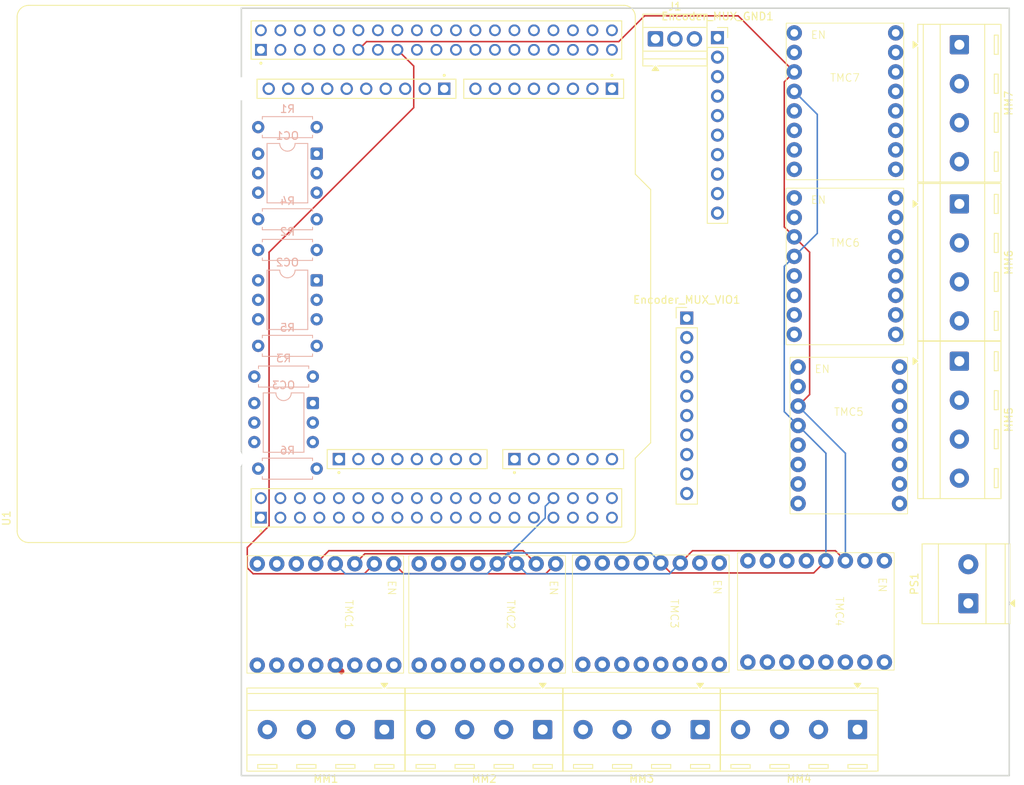
<source format=kicad_pcb>
(kicad_pcb (version 20241229) (generator "pcbnew") (generator_version "9.0")
  (layers (0 "F.Cu" signal) (2 "B.Cu" signal) (13 "F.Paste" user) (15 "B.Paste" user) (5 "F.SilkS" user "F.Silkscreen") (7 "B.SilkS" user "B.Silkscreen") (1 "F.Mask" user) (3 "B.Mask" user) (25 "Edge.Cuts" user))
  (net 0 "")
  (net 1 "EN")
  (net 6 "LIMIT5_IN")
  (net 36 "LIMIT1_IN")
  (net 62 "LIMIT4_IN")
  (net 67 "VM")
  (net 68 "GND_IO")
  (net 69 "SCK")
  (net 70 "VCC_IO")
  (net 71 "GND")
  (net 72 "DIR4")
  (net 73 "STEP4")
  (net 74 "CSN")
  (net 75 "DIR5")
  (net 76 "STEP5")
  (net 77 "STEP6")
  (net 78 "DIR6")
  (net 79 "STEP7")
  (net 80 "DIR7")
  (net 81 "DIR1")
  (net 82 "STEP1")
  (net 83 "STEP2")
  (net 84 "DIR2")
  (net 85 "STEP3")
  (net 86 "DIR3")
  (net 87 "ENC3")
  (net 88 "LIMIT2")
  (net 89 "ENC6")
  (net 90 "ENC5")
  (net 91 "ENC4")
  (net 92 "ENC1")
  (net 93 "LIMIT6")
  (net 94 "ENC7")
  (net 95 "LIMIT3")
  (net 96 "ENC2")
  (net 97 "LIMIT1_OUT")
  (net 105 "MOSI_OUT")
  (net 106 "Net-(TMC1-MISO)")
  (net 107 "Net-(TMC2-MISO)")
  (net 108 "Net-(TMC3-MISO)")
  (net 109 "Net-(TMC4-MISO)")
  (net 110 "Net-(TMC5-MISO)")
  (net 111 "Net-(TMC6-MISO)")
  (net 112 "MISO_OUT")
  (net 113 "/MOTOR1_A1")
  (net 114 "/MOTOR1_A2")
  (net 115 "/MOTOR1_B1")
  (net 116 "/MOTOR1_B2")
  (net 117 "/MOTOR2_A1")
  (net 118 "/MOTOR2_B2")
  (net 119 "/MOTOR2_A2")
  (net 120 "/MOTOR2_B1")
  (net 121 "/MOTOR3_B2")
  (net 122 "/MOTOR3_A1")
  (net 123 "/MOTOR3_B1")
  (net 124 "/MOTOR3_A2")
  (net 125 "/MOTOR4_A2")
  (net 126 "/MOTOR4_B2")
  (net 127 "/MOTOR4_B1")
  (net 128 "/MOTOR4_A1")
  (net 129 "/MOTOR5_B1")
  (net 130 "/MOTOR5_A1")
  (net 131 "/MOTOR5_A2")
  (net 132 "/MOTOR5_B2")
  (net 133 "/MOTOR6_A2")
  (net 134 "/MOTOR6_A1")
  (net 135 "/MOTOR6_B2")
  (net 136 "/MOTOR6_B1")
  (net 137 "/MOTOR7_A2")
  (net 138 "/MOTOR7_A1")
  (net 139 "/MOTOR7_B2")
  (net 140 "/MOTOR7_B1")
  (net 141 "/RIN_1")
  (net 142 "/RIN_3")
  (net 144 "/RIN_2")
  (net 145 "LIMIT4_OUT")
  (net 148 "LIMIT5_OUT")
  (net 149 "Net-(OC1-Pad5)")
  (net 150 "Net-(OC2-Pad5)")
  (net 151 "Net-(OC3-Pad5)")
  (footprint "TerminalBlock_RND:TerminalBlock_RND_205-00289_1x04_P5.08mm_Horizontal" (layer "F.Cu") (at 181.5 79 -90)
    (property "Reference" "MM6" (at 7.62 -6.42 90) (layer "F.SilkS"))
    (property "Value" "Screw_Terminal_01x04")
    (pad "1" thru_hole roundrect (at 0 0 270) (size 2.5 2.5) (drill 1.3) (layers "*.Cu" "*.Mask") (roundrect_rratio 0.1) (net 134 "/MOTOR6_A1"))
    (pad "2" thru_hole circle (at 5.08 0 270) (size 2.5 2.5) (drill 1.3) (layers "*.Cu" "*.Mask") (net 133 "/MOTOR6_A2"))
    (pad "3" thru_hole circle (at 10.16 0 270) (size 2.5 2.5) (drill 1.3) (layers "*.Cu" "*.Mask") (net 136 "/MOTOR6_B1"))
    (pad "4" thru_hole circle (at 15.24 0 270) (size 2.5 2.5) (drill 1.3) (layers "*.Cu" "*.Mask") (net 135 "/MOTOR6_B2"))
  )
  (footprint "boards:MODULE_NUCLEO-F446RE" (layer "F.Cu") (at 100.05 88.13 90)
    (property "Reference" "U1" (at -31.825 -42.635 90) (layer "F.SilkS"))
    (property "Value" "NUCLEO-F446RE")
    (pad "" np_thru_hole circle (at -24.13 -13.32 90) (size 3 3) (drill 3) (layers "*.Cu" "*.Mask"))
    (pad "" np_thru_hole circle (at 8.89 38.75 90) (size 3 3) (drill 3) (layers "*.Cu" "*.Mask"))
    (pad "" np_thru_hole circle (at 24.13 -12.05 90) (size 3 3) (drill 3) (layers "*.Cu" "*.Mask"))
    (pad "CN5_1" thru_hole rect (at 24.13 14.37 90) (size 1.605 1.605) (drill 1.07) (layers "*.Cu" "*.Mask"))
    (pad "CN5_2" thru_hole circle (at 24.13 11.83 90) (size 1.605 1.605) (drill 1.07) (layers "*.Cu" "*.Mask"))
    (pad "CN5_3" thru_hole circle (at 24.13 9.29 90) (size 1.605 1.605) (drill 1.07) (layers "*.Cu" "*.Mask"))
    (pad "CN5_4" thru_hole circle (at 24.13 6.75 90) (size 1.605 1.605) (drill 1.07) (layers "*.Cu" "*.Mask"))
    (pad "CN5_5" thru_hole circle (at 24.13 4.21 90) (size 1.605 1.605) (drill 1.07) (layers "*.Cu" "*.Mask"))
    (pad "CN5_6" thru_hole circle (at 24.13 1.67 90) (size 1.605 1.605) (drill 1.07) (layers "*.Cu" "*.Mask"))
    (pad "CN5_7" thru_hole circle (at 24.13 -0.87 90) (size 1.605 1.605) (drill 1.07) (layers "*.Cu" "*.Mask"))
    (pad "CN5_8" thru_hole circle (at 24.13 -3.41 90) (size 1.605 1.605) (drill 1.07) (layers "*.Cu" "*.Mask"))
    (pad "CN5_9" thru_hole circle (at 24.13 -5.95 90) (size 1.605 1.605) (drill 1.07) (layers "*.Cu" "*.Mask"))
    (pad "CN5_10" thru_hole circle (at 24.13 -8.49 90) (size 1.605 1.605) (drill 1.07) (layers "*.Cu" "*.Mask"))
    (pad "CN6_1" thru_hole rect (at -24.13 0.65 90) (size 1.605 1.605) (drill 1.07) (layers "*.Cu" "*.Mask"))
    (pad "CN6_2" thru_hole circle (at -24.13 3.19 90) (size 1.605 1.605) (drill 1.07) (layers "*.Cu" "*.Mask"))
    (pad "CN6_3" thru_hole circle (at -24.13 5.73 90) (size 1.605 1.605) (drill 1.07) (layers "*.Cu" "*.Mask"))
    (pad "CN6_4" thru_hole circle (at -24.13 8.27 90) (size 1.605 1.605) (drill 1.07) (layers "*.Cu" "*.Mask"))
    (pad "CN6_5" thru_hole circle (at -24.13 10.81 90) (size 1.605 1.605) (drill 1.07) (layers "*.Cu" "*.Mask"))
    (pad "CN6_6" thru_hole circle (at -24.13 13.35 90) (size 1.605 1.605) (drill 1.07) (layers "*.Cu" "*.Mask"))
    (pad "CN6_7" thru_hole circle (at -24.13 15.89 90) (size 1.605 1.605) (drill 1.07) (layers "*.Cu" "*.Mask"))
    (pad "CN6_8" thru_hole circle (at -24.13 18.43 90) (size 1.605 1.605) (drill 1.07) (layers "*.Cu" "*.Mask"))
    (pad "CN7_1" thru_hole rect (at -31.75 -9.51 90) (size 1.53 1.53) (drill 1.02) (layers "*.Cu" "*.Mask") (net 75 "DIR5"))
    (pad "CN7_2" thru_hole circle (at -29.21 -9.51 90) (size 1.53 1.53) (drill 1.02) (layers "*.Cu" "*.Mask") (net 72 "DIR4"))
    (pad "CN7_3" thru_hole circle (at -31.75 -6.97 90) (size 1.53 1.53) (drill 1.02) (layers "*.Cu" "*.Mask") (net 86 "DIR3"))
    (pad "CN7_4" thru_hole circle (at -29.21 -6.97 90) (size 1.53 1.53) (drill 1.02) (layers "*.Cu" "*.Mask") (net 84 "DIR2"))
    (pad "CN7_5" thru_hole circle (at -31.75 -4.43 90) (size 1.53 1.53) (drill 1.02) (layers "*.Cu" "*.Mask"))
    (pad "CN7_6" thru_hole circle (at -29.21 -4.43 90) (size 1.53 1.53) (drill 1.02) (layers "*.Cu" "*.Mask"))
    (pad "CN7_7" thru_hole circle (at -31.75 -1.89 90) (size 1.53 1.53) (drill 1.02) (layers "*.Cu" "*.Mask"))
    (pad "CN7_8" thru_hole circle (at -29.21 -1.89 90) (size 1.53 1.53) (drill 1.02) (layers "*.Cu" "*.Mask") (net 68 "GND_IO"))
    (pad "CN7_9" thru_hole circle (at -31.75 0.65 90) (size 1.53 1.53) (drill 1.02) (layers "*.Cu" "*.Mask"))
    (pad "CN7_10" thru_hole circle (at -29.21 0.65 90) (size 1.53 1.53) (drill 1.02) (layers "*.Cu" "*.Mask"))
    (pad "CN7_11" thru_hole circle (at -31.75 3.19 90) (size 1.53 1.53) (drill 1.02) (layers "*.Cu" "*.Mask"))
    (pad "CN7_12" thru_hole circle (at -29.21 3.19 90) (size 1.53 1.53) (drill 1.02) (layers "*.Cu" "*.Mask"))
    (pad "CN7_13" thru_hole circle (at -31.75 5.73 90) (size 1.53 1.53) (drill 1.02) (layers "*.Cu" "*.Mask"))
    (pad "CN7_14" thru_hole circle (at -29.21 5.73 90) (size 1.53 1.53) (drill 1.02) (layers "*.Cu" "*.Mask"))
    (pad "CN7_15" thru_hole circle (at -31.75 8.27 90) (size 1.53 1.53) (drill 1.02) (layers "*.Cu" "*.Mask"))
    (pad "CN7_16" thru_hole circle (at -29.21 8.27 90) (size 1.53 1.53) (drill 1.02) (layers "*.Cu" "*.Mask") (net 70 "VCC_IO"))
    (pad "CN7_17" thru_hole circle (at -31.75 10.81 90) (size 1.53 1.53) (drill 1.02) (layers "*.Cu" "*.Mask"))
    (pad "CN7_18" thru_hole circle (at -29.21 10.81 90) (size 1.53 1.53) (drill 1.02) (layers "*.Cu" "*.Mask"))
    (pad "CN7_19" thru_hole circle (at -31.75 13.35 90) (size 1.53 1.53) (drill 1.02) (layers "*.Cu" "*.Mask"))
    (pad "CN7_20" thru_hole circle (at -29.21 13.35 90) (size 1.53 1.53) (drill 1.02) (layers "*.Cu" "*.Mask"))
    (pad "CN7_21" thru_hole circle (at -31.75 15.89 90) (size 1.53 1.53) (drill 1.02) (layers "*.Cu" "*.Mask") (net 148 "LIMIT5_OUT"))
    (pad "CN7_22" thru_hole circle (at -29.21 15.89 90) (size 1.53 1.53) (drill 1.02) (layers "*.Cu" "*.Mask"))
    (pad "CN7_23" thru_hole circle (at -31.75 18.43 90) (size 1.53 1.53) (drill 1.02) (layers "*.Cu" "*.Mask") (net 145 "LIMIT4_OUT"))
    (pad "CN7_24" thru_hole circle (at -29.21 18.43 90) (size 1.53 1.53) (drill 1.02) (layers "*.Cu" "*.Mask"))
    (pad "CN7_25" thru_hole circle (at -31.75 20.97 90) (size 1.53 1.53) (drill 1.02) (layers "*.Cu" "*.Mask") (net 95 "LIMIT3"))
    (pad "CN7_26" thru_hole circle (at -29.21 20.97 90) (size 1.53 1.53) (drill 1.02) (layers "*.Cu" "*.Mask"))
    (pad "CN7_27" thru_hole circle (at -31.75 23.51 90) (size 1.53 1.53) (drill 1.02) (layers "*.Cu" "*.Mask") (net 88 "LIMIT2"))
    (pad "CN7_28" thru_hole circle (at -29.21 23.51 90) (size 1.53 1.53) (drill 1.02) (layers "*.Cu" "*.Mask") (net 85 "STEP3"))
    (pad "CN7_29" thru_hole circle (at -31.75 26.05 90) (size 1.53 1.53) (drill 1.02) (layers "*.Cu" "*.Mask"))
    (pad "CN7_30" thru_hole circle (at -29.21 26.05 90) (size 1.53 1.53) (drill 1.02) (layers "*.Cu" "*.Mask") (net 92 "ENC1"))
    (pad "CN7_31" thru_hole circle (at -31.75 28.59 90) (size 1.53 1.53) (drill 1.02) (layers "*.Cu" "*.Mask"))
    (pad "CN7_32" thru_hole circle (at -29.21 28.59 90) (size 1.53 1.53) (drill 1.02) (layers "*.Cu" "*.Mask") (net 74 "CSN"))
    (pad "CN7_33" thru_hole circle (at -31.75 31.13 90) (size 1.53 1.53) (drill 1.02) (layers "*.Cu" "*.Mask"))
    (pad "CN7_34" thru_hole circle (at -29.21 31.13 90) (size 1.53 1.53) (drill 1.02) (layers "*.Cu" "*.Mask") (net 94 "ENC7"))
    (pad "CN7_35" thru_hole circle (at -31.75 33.67 90) (size 1.53 1.53) (drill 1.02) (layers "*.Cu" "*.Mask") (net 91 "ENC4"))
    (pad "CN7_36" thru_hole circle (at -29.21 33.67 90) (size 1.53 1.53) (drill 1.02) (layers "*.Cu" "*.Mask") (net 81 "DIR1"))
    (pad "CN7_37" thru_hole circle (at -31.75 36.21 90) (size 1.53 1.53) (drill 1.02) (layers "*.Cu" "*.Mask") (net 96 "ENC2"))
    (pad "CN7_38" thru_hole circle (at -29.21 36.21 90) (size 1.53 1.53) (drill 1.02) (layers "*.Cu" "*.Mask") (net 97 "LIMIT1_OUT"))
    (pad "CN8_1" thru_hole rect (at -24.13 23.51 90) (size 1.605 1.605) (drill 1.07) (layers "*.Cu" "*.Mask"))
    (pad "CN8_2" thru_hole circle (at -24.13 26.05 90) (size 1.605 1.605) (drill 1.07) (layers "*.Cu" "*.Mask"))
    (pad "CN8_3" thru_hole circle (at -24.13 28.59 90) (size 1.605 1.605) (drill 1.07) (layers "*.Cu" "*.Mask"))
    (pad "CN8_4" thru_hole circle (at -24.13 31.13 90) (size 1.605 1.605) (drill 1.07) (layers "*.Cu" "*.Mask"))
    (pad "CN8_5" thru_hole circle (at -24.13 33.67 90) (size 1.605 1.605) (drill 1.07) (layers "*.Cu" "*.Mask"))
    (pad "CN8_6" thru_hole circle (at -24.13 36.21 90) (size 1.605 1.605) (drill 1.07) (layers "*.Cu" "*.Mask"))
    (pad "CN9_1" thru_hole rect (at 24.13 36.21 90) (size 1.605 1.605) (drill 1.07) (layers "*.Cu" "*.Mask"))
    (pad "CN9_2" thru_hole circle (at 24.13 33.67 90) (size 1.605 1.605) (drill 1.07) (layers "*.Cu" "*.Mask"))
    (pad "CN9_3" thru_hole circle (at 24.13 31.13 90) (size 1.605 1.605) (drill 1.07) (layers "*.Cu" "*.Mask"))
    (pad "CN9_4" thru_hole circle (at 24.13 28.59 90) (size 1.605 1.605) (drill 1.07) (layers "*.Cu" "*.Mask"))
    (pad "CN9_5" thru_hole circle (at 24.13 26.05 90) (size 1.605 1.605) (drill 1.07) (layers "*.Cu" "*.Mask"))
    (pad "CN9_6" thru_hole circle (at 24.13 23.51 90) (size 1.605 1.605) (drill 1.07) (layers "*.Cu" "*.Mask"))
    (pad "CN9_7" thru_hole circle (at 24.13 20.97 90) (size 1.605 1.605) (drill 1.07) (layers "*.Cu" "*.Mask"))
    (pad "CN9_8" thru_hole circle (at 24.13 18.43 90) (size 1.605 1.605) (drill 1.07) (layers "*.Cu" "*.Mask"))
    (pad "CN10_1" thru_hole rect (at 29.21 -9.51 90) (size 1.53 1.53) (drill 1.02) (layers "*.Cu" "*.Mask"))
    (pad "CN10_2" thru_hole circle (at 31.75 -9.51 90) (size 1.53 1.53) (drill 1.02) (layers "*.Cu" "*.Mask"))
    (pad "CN10_3" thru_hole circle (at 29.21 -6.97 90) (size 1.53 1.53) (drill 1.02) (layers "*.Cu" "*.Mask") (net 76 "STEP5"))
    (pad "CN10_4" thru_hole circle (at 31.75 -6.97 90) (size 1.53 1.53) (drill 1.02) (layers "*.Cu" "*.Mask") (net 73 "STEP4"))
    (pad "CN10_5" thru_hole circle (at 29.21 -4.43 90) (size 1.53 1.53) (drill 1.02) (layers "*.Cu" "*.Mask") (net 77 "STEP6"))
    (pad "CN10_6" thru_hole circle (at 31.75 -4.43 90) (size 1.53 1.53) (drill 1.02) (layers "*.Cu" "*.Mask") (net 90 "ENC5"))
    (pad "CN10_7" thru_hole circle (at 29.21 -1.89 90) (size 1.53 1.53) (drill 1.02) (layers "*.Cu" "*.Mask"))
    (pad "CN10_8" thru_hole circle (at 31.75 -1.89 90) (size 1.53 1.53) (drill 1.02) (layers "*.Cu" "*.Mask"))
    (pad "CN10_9" thru_hole circle (at 29.21 0.65 90) (size 1.53 1.53) (drill 1.02) (layers "*.Cu" "*.Mask"))
    (pad "CN10_10" thru_hole circle (at 31.75 0.65 90) (size 1.53 1.53) (drill 1.02) (layers "*.Cu" "*.Mask"))
    (pad "CN10_11" thru_hole circle (at 29.21 3.19 90) (size 1.53 1.53) (drill 1.02) (layers "*.Cu" "*.Mask") (net 69 "SCK"))
    (pad "CN10_12" thru_hole circle (at 31.75 3.19 90) (size 1.53 1.53) (drill 1.02) (layers "*.Cu" "*.Mask") (net 80 "DIR7"))
    (pad "CN10_13" thru_hole circle (at 29.21 5.73 90) (size 1.53 1.53) (drill 1.02) (layers "*.Cu" "*.Mask") (net 112 "MISO_OUT"))
    (pad "CN10_14" thru_hole circle (at 31.75 5.73 90) (size 1.53 1.53) (drill 1.02) (layers "*.Cu" "*.Mask") (net 1 "EN"))
    (pad "CN10_15" thru_hole circle (at 29.21 8.27 90) (size 1.53 1.53) (drill 1.02) (layers "*.Cu" "*.Mask") (net 105 "MOSI_OUT"))
    (pad "CN10_16" thru_hole circle (at 31.75 8.27 90) (size 1.53 1.53) (drill 1.02) (layers "*.Cu" "*.Mask"))
    (pad "CN10_17" thru_hole circle (at 29.21 10.81 90) (size 1.53 1.53) (drill 1.02) (layers "*.Cu" "*.Mask") (net 83 "STEP2"))
    (pad "CN10_18" thru_hole circle (at 31.75 10.81 90) (size 1.53 1.53) (drill 1.02) (layers "*.Cu" "*.Mask"))
    (pad "CN10_19" thru_hole circle (at 29.21 13.35 90) (size 1.53 1.53) (drill 1.02) (layers "*.Cu" "*.Mask") (net 82 "STEP1"))
    (pad "CN10_20" thru_hole circle (at 31.75 13.35 90) (size 1.53 1.53) (drill 1.02) (layers "*.Cu" "*.Mask"))
    (pad "CN10_21" thru_hole circle (at 29.21 15.89 90) (size 1.53 1.53) (drill 1.02) (layers "*.Cu" "*.Mask"))
    (pad "CN10_22" thru_hole circle (at 31.75 15.89 90) (size 1.53 1.53) (drill 1.02) (layers "*.Cu" "*.Mask"))
    (pad "CN10_23" thru_hole circle (at 29.21 18.43 90) (size 1.53 1.53) (drill 1.02) (layers "*.Cu" "*.Mask"))
    (pad "CN10_24" thru_hole circle (at 31.75 18.43 90) (size 1.53 1.53) (drill 1.02) (layers "*.Cu" "*.Mask") (net 87 "ENC3"))
    (pad "CN10_25" thru_hole circle (at 29.21 20.97 90) (size 1.53 1.53) (drill 1.02) (layers "*.Cu" "*.Mask"))
    (pad "CN10_26" thru_hole circle (at 31.75 20.97 90) (size 1.53 1.53) (drill 1.02) (layers "*.Cu" "*.Mask"))
    (pad "CN10_27" thru_hole circle (at 29.21 23.51 90) (size 1.53 1.53) (drill 1.02) (layers "*.Cu" "*.Mask"))
    (pad "CN10_28" thru_hole circle (at 31.75 23.51 90) (size 1.53 1.53) (drill 1.02) (layers "*.Cu" "*.Mask") (net 79 "STEP7"))
    (pad "CN10_29" thru_hole circle (at 29.21 26.05 90) (size 1.53 1.53) (drill 1.02) (layers "*.Cu" "*.Mask") (net 93 "LIMIT6"))
    (pad "CN10_30" thru_hole circle (at 31.75 26.05 90) (size 1.53 1.53) (drill 1.02) (layers "*.Cu" "*.Mask"))
    (pad "CN10_31" thru_hole circle (at 29.21 28.59 90) (size 1.53 1.53) (drill 1.02) (layers "*.Cu" "*.Mask"))
    (pad "CN10_32" thru_hole circle (at 31.75 28.59 90) (size 1.53 1.53) (drill 1.02) (layers "*.Cu" "*.Mask"))
    (pad "CN10_33" thru_hole circle (at 29.21 31.13 90) (size 1.53 1.53) (drill 1.02) (layers "*.Cu" "*.Mask") (net 78 "DIR6"))
    (pad "CN10_34" thru_hole circle (at 31.75 31.13 90) (size 1.53 1.53) (drill 1.02) (layers "*.Cu" "*.Mask") (net 89 "ENC6"))
    (pad "CN10_35" thru_hole circle (at 29.21 33.67 90) (size 1.53 1.53) (drill 1.02) (layers "*.Cu" "*.Mask"))
    (pad "CN10_36" thru_hole circle (at 31.75 33.67 90) (size 1.53 1.53) (drill 1.02) (layers "*.Cu" "*.Mask"))
    (pad "CN10_37" thru_hole circle (at 29.21 36.21 90) (size 1.53 1.53) (drill 1.02) (layers "*.Cu" "*.Mask"))
    (pad "CN10_38" thru_hole circle (at 31.75 36.21 90) (size 1.53 1.53) (drill 1.02) (layers "*.Cu" "*.Mask"))
  )
  (footprint "boards:tmc5160" (layer "F.Cu") (at 122.58 132.5 -90)
    (property "Reference" "TMC2" (at 0 -0.5 270) (layer "F.SilkS") (effects (font (thickness 0.1))))
    (property "Value" "~")
    (fp_text user "EN" (at -4.5 -5.5 270) (layer "F.SilkS") (effects (font (thickness 0.1)) (justify left bottom)))
    (pad "1" thru_hole circle (at -6.604 -6.35) (size 2 2) (drill 1) (layers "*.Cu" "*.Mask") (net 1 "EN"))
    (pad "2" thru_hole circle (at -6.604 -3.81) (size 2 2) (drill 1) (layers "*.Cu" "*.Mask") (net 106 "Net-(TMC1-MISO)"))
    (pad "3" thru_hole circle (at -6.604 -1.27) (size 2 2) (drill 1) (layers "*.Cu" "*.Mask") (net 69 "SCK"))
    (pad "4" thru_hole circle (at -6.604 1.27) (size 2 2) (drill 1) (layers "*.Cu" "*.Mask") (net 74 "CSN"))
    (pad "5" thru_hole circle (at -6.604 3.81) (size 2 2) (drill 1) (layers "*.Cu" "*.Mask") (net 107 "Net-(TMC2-MISO)"))
    (pad "6" thru_hole circle (at -6.604 6.35) (size 2 2) (drill 1) (layers "*.Cu" "*.Mask"))
    (pad "7" thru_hole circle (at -6.604 8.89) (size 2 2) (drill 1) (layers "*.Cu" "*.Mask") (net 83 "STEP2"))
    (pad "8" thru_hole circle (at -6.604 11.43) (size 2 2) (drill 1) (layers "*.Cu" "*.Mask") (net 84 "DIR2"))
    (pad "9" thru_hole circle (at 6.604 -6.35) (size 2 2) (drill 1) (layers "*.Cu" "*.Mask") (net 67 "VM"))
    (pad "10" thru_hole circle (at 6.604 -3.81) (size 2 2) (drill 1) (layers "*.Cu" "*.Mask") (net 71 "GND"))
    (pad "11" thru_hole circle (at 6.604 -1.27) (size 2 2) (drill 1) (layers "*.Cu" "*.Mask") (net 117 "/MOTOR2_A1"))
    (pad "12" thru_hole circle (at 6.604 1.27) (size 2 2) (drill 1) (layers "*.Cu" "*.Mask") (net 119 "/MOTOR2_A2"))
    (pad "13" thru_hole circle (at 6.604 3.81) (size 2 2) (drill 1) (layers "*.Cu" "*.Mask") (net 120 "/MOTOR2_B1"))
    (pad "14" thru_hole circle (at 6.604 6.35) (size 2 2) (drill 1) (layers "*.Cu" "*.Mask") (net 118 "/MOTOR2_B2"))
    (pad "15" thru_hole circle (at 6.604 8.89) (size 2 2) (drill 1) (layers "*.Cu" "*.Mask") (net 70 "VCC_IO"))
    (pad "16" thru_hole circle (at 6.604 11.43) (size 2 2) (drill 1) (layers "*.Cu" "*.Mask") (net 68 "GND_IO"))
  )
  (footprint "TerminalBlock_RND:TerminalBlock_RND_205-00289_1x04_P5.08mm_Horizontal" (layer "F.Cu") (at 127.24 147.5 180)
    (property "Reference" "MM2" (at 7.62 -6.42 0) (layer "F.SilkS"))
    (property "Value" "Screw_Terminal_01x04")
    (pad "1" thru_hole roundrect (at 0 0 180) (size 2.5 2.5) (drill 1.3) (layers "*.Cu" "*.Mask") (roundrect_rratio 0.1) (net 117 "/MOTOR2_A1"))
    (pad "2" thru_hole circle (at 5.08 0 180) (size 2.5 2.5) (drill 1.3) (layers "*.Cu" "*.Mask") (net 119 "/MOTOR2_A2"))
    (pad "3" thru_hole circle (at 10.16 0 180) (size 2.5 2.5) (drill 1.3) (layers "*.Cu" "*.Mask") (net 120 "/MOTOR2_B1"))
    (pad "4" thru_hole circle (at 15.24 0 180) (size 2.5 2.5) (drill 1.3) (layers "*.Cu" "*.Mask") (net 118 "/MOTOR2_B2"))
  )
  (footprint "TerminalBlock:TerminalBlock_Xinya_XY308-2.54-3P_1x03_P2.54mm_Horizontal" (layer "F.Cu") (at 141.92 57.5)
    (property "Reference" "J1" (at 2.54 -4.22 0) (layer "F.SilkS"))
    (property "Value" "Screw_Terminal_01x03")
    (pad "1" thru_hole roundrect (at 0 0) (size 2 2) (drill 1.2) (layers "*.Cu" "*.Mask") (roundrect_rratio 0.125) (net 36 "LIMIT1_IN"))
    (pad "2" thru_hole circle (at 2.54 0) (size 2 2) (drill 1.2) (layers "*.Cu" "*.Mask") (net 62 "LIMIT4_IN"))
    (pad "3" thru_hole circle (at 5.08 0) (size 2 2) (drill 1.2) (layers "*.Cu" "*.Mask") (net 6 "LIMIT5_IN"))
  )
  (footprint "boards:tmc5160" (layer "F.Cu") (at 101.5 132.5 -90)
    (property "Reference" "TMC1" (at 0 -0.5 270) (layer "F.SilkS") (effects (font (thickness 0.1))))
    (property "Value" "~")
    (fp_text user "EN" (at -4.5 -5.5 270) (layer "F.SilkS") (effects (font (thickness 0.1)) (justify left bottom)))
    (pad "1" thru_hole circle (at -6.604 -6.35) (size 2 2) (drill 1) (layers "*.Cu" "*.Mask") (net 1 "EN"))
    (pad "2" thru_hole circle (at -6.604 -3.81) (size 2 2) (drill 1) (layers "*.Cu" "*.Mask") (net 105 "MOSI_OUT"))
    (pad "3" thru_hole circle (at -6.604 -1.27) (size 2 2) (drill 1) (layers "*.Cu" "*.Mask") (net 69 "SCK"))
    (pad "4" thru_hole circle (at -6.604 1.27) (size 2 2) (drill 1) (layers "*.Cu" "*.Mask") (net 74 "CSN"))
    (pad "5" thru_hole circle (at -6.604 3.81) (size 2 2) (drill 1) (layers "*.Cu" "*.Mask") (net 106 "Net-(TMC1-MISO)"))
    (pad "6" thru_hole circle (at -6.604 6.35) (size 2 2) (drill 1) (layers "*.Cu" "*.Mask"))
    (pad "7" thru_hole circle (at -6.604 8.89) (size 2 2) (drill 1) (layers "*.Cu" "*.Mask") (net 82 "STEP1"))
    (pad "8" thru_hole circle (at -6.604 11.43) (size 2 2) (drill 1) (layers "*.Cu" "*.Mask") (net 81 "DIR1"))
    (pad "9" thru_hole circle (at 6.604 -6.35) (size 2 2) (drill 1) (layers "*.Cu" "*.Mask") (net 67 "VM"))
    (pad "10" thru_hole circle (at 6.604 -3.81) (size 2 2) (drill 1) (layers "*.Cu" "*.Mask") (net 71 "GND"))
    (pad "11" thru_hole circle (at 6.604 -1.27) (size 2 2) (drill 1) (layers "*.Cu" "*.Mask") (net 113 "/MOTOR1_A1"))
    (pad "12" thru_hole circle (at 6.604 1.27) (size 2 2) (drill 1) (layers "*.Cu" "*.Mask") (net 114 "/MOTOR1_A2"))
    (pad "13" thru_hole circle (at 6.604 3.81) (size 2 2) (drill 1) (layers "*.Cu" "*.Mask") (net 115 "/MOTOR1_B1"))
    (pad "14" thru_hole circle (at 6.604 6.35) (size 2 2) (drill 1) (layers "*.Cu" "*.Mask") (net 116 "/MOTOR1_B2"))
    (pad "15" thru_hole circle (at 6.604 8.89) (size 2 2) (drill 1) (layers "*.Cu" "*.Mask") (net 70 "VCC_IO"))
    (pad "16" thru_hole circle (at 6.604 11.43) (size 2 2) (drill 1) (layers "*.Cu" "*.Mask") (net 68 "GND_IO"))
  )
  (footprint "TerminalBlock_RND:TerminalBlock_RND_205-00289_1x04_P5.08mm_Horizontal" (layer "F.Cu") (at 181.5 99.5 -90)
    (property "Reference" "MM5" (at 7.62 -6.42 90) (layer "F.SilkS"))
    (property "Value" "Screw_Terminal_01x04")
    (pad "1" thru_hole roundrect (at 0 0 270) (size 2.5 2.5) (drill 1.3) (layers "*.Cu" "*.Mask") (roundrect_rratio 0.1) (net 130 "/MOTOR5_A1"))
    (pad "2" thru_hole circle (at 5.08 0 270) (size 2.5 2.5) (drill 1.3) (layers "*.Cu" "*.Mask") (net 131 "/MOTOR5_A2"))
    (pad "3" thru_hole circle (at 10.16 0 270) (size 2.5 2.5) (drill 1.3) (layers "*.Cu" "*.Mask") (net 129 "/MOTOR5_B1"))
    (pad "4" thru_hole circle (at 15.24 0 270) (size 2.5 2.5) (drill 1.3) (layers "*.Cu" "*.Mask") (net 132 "/MOTOR5_B2"))
  )
  (footprint "TerminalBlock_RND:TerminalBlock_RND_205-00289_1x04_P5.08mm_Horizontal" (layer "F.Cu") (at 181.5 58.26 -90)
    (property "Reference" "MM7" (at 7.62 -6.42 90) (layer "F.SilkS"))
    (property "Value" "Screw_Terminal_01x04")
    (pad "1" thru_hole roundrect (at 0 0 270) (size 2.5 2.5) (drill 1.3) (layers "*.Cu" "*.Mask") (roundrect_rratio 0.1) (net 138 "/MOTOR7_A1"))
    (pad "2" thru_hole circle (at 5.08 0 270) (size 2.5 2.5) (drill 1.3) (layers "*.Cu" "*.Mask") (net 137 "/MOTOR7_A2"))
    (pad "3" thru_hole circle (at 10.16 0 270) (size 2.5 2.5) (drill 1.3) (layers "*.Cu" "*.Mask") (net 140 "/MOTOR7_B1"))
    (pad "4" thru_hole circle (at 15.24 0 270) (size 2.5 2.5) (drill 1.3) (layers "*.Cu" "*.Mask") (net 139 "/MOTOR7_B2"))
  )
  (footprint "boards:tmc5160" (layer "F.Cu") (at 143.89 132.396 -90)
    (property "Reference" "TMC3" (at 0 -0.5 270) (layer "F.SilkS") (effects (font (thickness 0.1))))
    (property "Value" "~")
    (fp_text user "EN" (at -4.5 -5.5 270) (layer "F.SilkS") (effects (font (thickness 0.1)) (justify left bottom)))
    (pad "1" thru_hole circle (at -6.604 -6.35) (size 2 2) (drill 1) (layers "*.Cu" "*.Mask") (net 1 "EN"))
    (pad "2" thru_hole circle (at -6.604 -3.81) (size 2 2) (drill 1) (layers "*.Cu" "*.Mask") (net 107 "Net-(TMC2-MISO)"))
    (pad "3" thru_hole circle (at -6.604 -1.27) (size 2 2) (drill 1) (layers "*.Cu" "*.Mask") (net 69 "SCK"))
    (pad "4" thru_hole circle (at -6.604 1.27) (size 2 2) (drill 1) (layers "*.Cu" "*.Mask") (net 74 "CSN"))
    (pad "5" thru_hole circle (at -6.604 3.81) (size 2 2) (drill 1) (layers "*.Cu" "*.Mask") (net 108 "Net-(TMC3-MISO)"))
    (pad "6" thru_hole circle (at -6.604 6.35) (size 2 2) (drill 1) (layers "*.Cu" "*.Mask"))
    (pad "7" thru_hole circle (at -6.604 8.89) (size 2 2) (drill 1) (layers "*.Cu" "*.Mask") (net 85 "STEP3"))
    (pad "8" thru_hole circle (at -6.604 11.43) (size 2 2) (drill 1) (layers "*.Cu" "*.Mask") (net 86 "DIR3"))
    (pad "9" thru_hole circle (at 6.604 -6.35) (size 2 2) (drill 1) (layers "*.Cu" "*.Mask") (net 67 "VM"))
    (pad "10" thru_hole circle (at 6.604 -3.81) (size 2 2) (drill 1) (layers "*.Cu" "*.Mask") (net 71 "GND"))
    (pad "11" thru_hole circle (at 6.604 -1.27) (size 2 2) (drill 1) (layers "*.Cu" "*.Mask") (net 122 "/MOTOR3_A1"))
    (pad "12" thru_hole circle (at 6.604 1.27) (size 2 2) (drill 1) (layers "*.Cu" "*.Mask") (net 124 "/MOTOR3_A2"))
    (pad "13" thru_hole circle (at 6.604 3.81) (size 2 2) (drill 1) (layers "*.Cu" "*.Mask") (net 123 "/MOTOR3_B1"))
    (pad "14" thru_hole circle (at 6.604 6.35) (size 2 2) (drill 1) (layers "*.Cu" "*.Mask") (net 121 "/MOTOR3_B2"))
    (pad "15" thru_hole circle (at 6.604 8.89) (size 2 2) (drill 1) (layers "*.Cu" "*.Mask") (net 70 "VCC_IO"))
    (pad "16" thru_hole circle (at 6.604 11.43) (size 2 2) (drill 1) (layers "*.Cu" "*.Mask") (net 68 "GND_IO"))
  )
  (footprint "boards:tmc5160" (layer "F.Cu") (at 167.104 106.61)
    (property "Reference" "TMC5" (at 0 -0.5 0) (layer "F.SilkS") (effects (font (thickness 0.1))))
    (property "Value" "~")
    (fp_text user "EN" (at -4.5 -5.5 0) (layer "F.SilkS") (effects (font (thickness 0.1)) (justify left bottom)))
    (pad "1" thru_hole circle (at -6.604 -6.35 90) (size 2 2) (drill 1) (layers "*.Cu" "*.Mask") (net 1 "EN"))
    (pad "2" thru_hole circle (at -6.604 -3.81 90) (size 2 2) (drill 1) (layers "*.Cu" "*.Mask") (net 109 "Net-(TMC4-MISO)"))
    (pad "3" thru_hole circle (at -6.604 -1.27 90) (size 2 2) (drill 1) (layers "*.Cu" "*.Mask") (net 69 "SCK"))
    (pad "4" thru_hole circle (at -6.604 1.27 90) (size 2 2) (drill 1) (layers "*.Cu" "*.Mask") (net 74 "CSN"))
    (pad "5" thru_hole circle (at -6.604 3.81 90) (size 2 2) (drill 1) (layers "*.Cu" "*.Mask") (net 110 "Net-(TMC5-MISO)"))
    (pad "6" thru_hole circle (at -6.604 6.35 90) (size 2 2) (drill 1) (layers "*.Cu" "*.Mask"))
    (pad "7" thru_hole circle (at -6.604 8.89 90) (size 2 2) (drill 1) (layers "*.Cu" "*.Mask") (net 76 "STEP5"))
    (pad "8" thru_hole circle (at -6.604 11.43 90) (size 2 2) (drill 1) (layers "*.Cu" "*.Mask") (net 75 "DIR5"))
    (pad "9" thru_hole circle (at 6.604 -6.35 90) (size 2 2) (drill 1) (layers "*.Cu" "*.Mask") (net 67 "VM"))
    (pad "10" thru_hole circle (at 6.604 -3.81 90) (size 2 2) (drill 1) (layers "*.Cu" "*.Mask") (net 71 "GND"))
    (pad "11" thru_hole circle (at 6.604 -1.27 90) (size 2 2) (drill 1) (layers "*.Cu" "*.Mask") (net 130 "/MOTOR5_A1"))
    (pad "12" thru_hole circle (at 6.604 1.27 90) (size 2 2) (drill 1) (layers "*.Cu" "*.Mask") (net 131 "/MOTOR5_A2"))
    (pad "13" thru_hole circle (at 6.604 3.81 90) (size 2 2) (drill 1) (layers "*.Cu" "*.Mask") (net 129 "/MOTOR5_B1"))
    (pad "14" thru_hole circle (at 6.604 6.35 90) (size 2 2) (drill 1) (layers "*.Cu" "*.Mask") (net 132 "/MOTOR5_B2"))
    (pad "15" thru_hole circle (at 6.604 8.89 90) (size 2 2) (drill 1) (layers "*.Cu" "*.Mask") (net 70 "VCC_IO"))
    (pad "16" thru_hole circle (at 6.604 11.43 90) (size 2 2) (drill 1) (layers "*.Cu" "*.Mask") (net 68 "GND_IO"))
  )
  (footprint "boards:tmc5160" (layer "F.Cu") (at 166.604 63.07)
    (property "Reference" "TMC7" (at 0 -0.5 0) (layer "F.SilkS") (effects (font (thickness 0.1))))
    (property "Value" "~")
    (fp_text user "EN" (at -4.5 -5.5 0) (layer "F.SilkS") (effects (font (thickness 0.1)) (justify left bottom)))
    (pad "1" thru_hole circle (at -6.604 -6.35 90) (size 2 2) (drill 1) (layers "*.Cu" "*.Mask") (net 1 "EN"))
    (pad "2" thru_hole circle (at -6.604 -3.81 90) (size 2 2) (drill 1) (layers "*.Cu" "*.Mask") (net 111 "Net-(TMC6-MISO)"))
    (pad "3" thru_hole circle (at -6.604 -1.27 90) (size 2 2) (drill 1) (layers "*.Cu" "*.Mask") (net 69 "SCK"))
    (pad "4" thru_hole circle (at -6.604 1.27 90) (size 2 2) (drill 1) (layers "*.Cu" "*.Mask") (net 74 "CSN"))
    (pad "5" thru_hole circle (at -6.604 3.81 90) (size 2 2) (drill 1) (layers "*.Cu" "*.Mask") (net 112 "MISO_OUT"))
    (pad "6" thru_hole circle (at -6.604 6.35 90) (size 2 2) (drill 1) (layers "*.Cu" "*.Mask"))
    (pad "7" thru_hole circle (at -6.604 8.89 90) (size 2 2) (drill 1) (layers "*.Cu" "*.Mask") (net 79 "STEP7"))
    (pad "8" thru_hole circle (at -6.604 11.43 90) (size 2 2) (drill 1) (layers "*.Cu" "*.Mask") (net 80 "DIR7"))
    (pad "9" thru_hole circle (at 6.604 -6.35 90) (size 2 2) (drill 1) (layers "*.Cu" "*.Mask") (net 67 "VM"))
    (pad "10" thru_hole circle (at 6.604 -3.81 90) (size 2 2) (drill 1) (layers "*.Cu" "*.Mask") (net 71 "GND"))
    (pad "11" thru_hole circle (at 6.604 -1.27 90) (size 2 2) (drill 1) (layers "*.Cu" "*.Mask") (net 138 "/MOTOR7_A1"))
    (pad "12" thru_hole circle (at 6.604 1.27 90) (size 2 2) (drill 1) (layers "*.Cu" "*.Mask") (net 137 "/MOTOR7_A2"))
    (pad "13" thru_hole circle (at 6.604 3.81 90) (size 2 2) (drill 1) (layers "*.Cu" "*.Mask") (net 140 "/MOTOR7_B1"))
    (pad "14" thru_hole circle (at 6.604 6.35 90) (size 2 2) (drill 1) (layers "*.Cu" "*.Mask") (net 139 "/MOTOR7_B2"))
    (pad "15" thru_hole circle (at 6.604 8.89 90) (size 2 2) (drill 1) (layers "*.Cu" "*.Mask") (net 70 "VCC_IO"))
    (pad "16" thru_hole circle (at 6.604 11.43 90) (size 2 2) (drill 1) (layers "*.Cu" "*.Mask") (net 68 "GND_IO"))
  )
  (footprint "boards:tmc5160" (layer "F.Cu") (at 165.39 132.104 -90)
    (property "Reference" "TMC4" (at 0 -0.5 270) (layer "F.SilkS") (effects (font (thickness 0.1))))
    (property "Value" "~")
    (fp_text user "EN" (at -4.5 -5.5 270) (layer "F.SilkS") (effects (font (thickness 0.1)) (justify left bottom)))
    (pad "1" thru_hole circle (at -6.604 -6.35) (size 2 2) (drill 1) (layers "*.Cu" "*.Mask") (net 1 "EN"))
    (pad "2" thru_hole circle (at -6.604 -3.81) (size 2 2) (drill 1) (layers "*.Cu" "*.Mask") (net 108 "Net-(TMC3-MISO)"))
    (pad "3" thru_hole circle (at -6.604 -1.27) (size 2 2) (drill 1) (layers "*.Cu" "*.Mask") (net 69 "SCK"))
    (pad "4" thru_hole circle (at -6.604 1.27) (size 2 2) (drill 1) (layers "*.Cu" "*.Mask") (net 74 "CSN"))
    (pad "5" thru_hole circle (at -6.604 3.81) (size 2 2) (drill 1) (layers "*.Cu" "*.Mask") (net 109 "Net-(TMC4-MISO)"))
    (pad "6" thru_hole circle (at -6.604 6.35) (size 2 2) (drill 1) (layers "*.Cu" "*.Mask"))
    (pad "7" thru_hole circle (at -6.604 8.89) (size 2 2) (drill 1) (layers "*.Cu" "*.Mask") (net 73 "STEP4"))
    (pad "8" thru_hole circle (at -6.604 11.43) (size 2 2) (drill 1) (layers "*.Cu" "*.Mask") (net 72 "DIR4"))
    (pad "9" thru_hole circle (at 6.604 -6.35) (size 2 2) (drill 1) (layers "*.Cu" "*.Mask") (net 67 "VM"))
    (pad "10" thru_hole circle (at 6.604 -3.81) (size 2 2) (drill 1) (layers "*.Cu" "*.Mask") (net 71 "GND"))
    (pad "11" thru_hole circle (at 6.604 -1.27) (size 2 2) (drill 1) (layers "*.Cu" "*.Mask") (net 128 "/MOTOR4_A1"))
    (pad "12" thru_hole circle (at 6.604 1.27) (size 2 2) (drill 1) (layers "*.Cu" "*.Mask") (net 125 "/MOTOR4_A2"))
    (pad "13" thru_hole circle (at 6.604 3.81) (size 2 2) (drill 1) (layers "*.Cu" "*.Mask") (net 127 "/MOTOR4_B1"))
    (pad "14" thru_hole circle (at 6.604 6.35) (size 2 2) (drill 1) (layers "*.Cu" "*.Mask") (net 126 "/MOTOR4_B2"))
    (pad "15" thru_hole circle (at 6.604 8.89) (size 2 2) (drill 1) (layers "*.Cu" "*.Mask") (net 70 "VCC_IO"))
    (pad "16" thru_hole circle (at 6.604 11.43) (size 2 2) (drill 1) (layers "*.Cu" "*.Mask") (net 68 "GND_IO"))
  )
  (footprint "TerminalBlock_RND:TerminalBlock_RND_205-00289_1x04_P5.08mm_Horizontal" (layer "F.Cu") (at 168.24 147.5 180)
    (property "Reference" "MM4" (at 7.62 -6.42 0) (layer "F.SilkS"))
    (property "Value" "Screw_Terminal_01x04")
    (pad "1" thru_hole roundrect (at 0 0 180) (size 2.5 2.5) (drill 1.3) (layers "*.Cu" "*.Mask") (roundrect_rratio 0.1) (net 128 "/MOTOR4_A1"))
    (pad "2" thru_hole circle (at 5.08 0 180) (size 2.5 2.5) (drill 1.3) (layers "*.Cu" "*.Mask") (net 125 "/MOTOR4_A2"))
    (pad "3" thru_hole circle (at 10.16 0 180) (size 2.5 2.5) (drill 1.3) (layers "*.Cu" "*.Mask") (net 127 "/MOTOR4_B1"))
    (pad "4" thru_hole circle (at 15.24 0 180) (size 2.5 2.5) (drill 1.3) (layers "*.Cu" "*.Mask") (net 126 "/MOTOR4_B2"))
  )
  (footprint "boards:tmc5160" (layer "F.Cu") (at 166.604 84.57)
    (property "Reference" "TMC6" (at 0 -0.5 0) (layer "F.SilkS") (effects (font (thickness 0.1))))
    (property "Value" "~")
    (fp_text user "EN" (at -4.5 -5.5 0) (layer "F.SilkS") (effects (font (thickness 0.1)) (justify left bottom)))
    (pad "1" thru_hole circle (at -6.604 -6.35 90) (size 2 2) (drill 1) (layers "*.Cu" "*.Mask") (net 1 "EN"))
    (pad "2" thru_hole circle (at -6.604 -3.81 90) (size 2 2) (drill 1) (layers "*.Cu" "*.Mask") (net 110 "Net-(TMC5-MISO)"))
    (pad "3" thru_hole circle (at -6.604 -1.27 90) (size 2 2) (drill 1) (layers "*.Cu" "*.Mask") (net 69 "SCK"))
    (pad "4" thru_hole circle (at -6.604 1.27 90) (size 2 2) (drill 1) (layers "*.Cu" "*.Mask") (net 74 "CSN"))
    (pad "5" thru_hole circle (at -6.604 3.81 90) (size 2 2) (drill 1) (layers "*.Cu" "*.Mask") (net 111 "Net-(TMC6-MISO)"))
    (pad "6" thru_hole circle (at -6.604 6.35 90) (size 2 2) (drill 1) (layers "*.Cu" "*.Mask"))
    (pad "7" thru_hole circle (at -6.604 8.89 90) (size 2 2) (drill 1) (layers "*.Cu" "*.Mask") (net 77 "STEP6"))
    (pad "8" thru_hole circle (at -6.604 11.43 90) (size 2 2) (drill 1) (layers "*.Cu" "*.Mask") (net 78 "DIR6"))
    (pad "9" thru_hole circle (at 6.604 -6.35 90) (size 2 2) (drill 1) (layers "*.Cu" "*.Mask") (net 67 "VM"))
    (pad "10" thru_hole circle (at 6.604 -3.81 90) (size 2 2) (drill 1) (layers "*.Cu" "*.Mask") (net 71 "GND"))
    (pad "11" thru_hole circle (at 6.604 -1.27 90) (size 2 2) (drill 1) (layers "*.Cu" "*.Mask") (net 134 "/MOTOR6_A1"))
    (pad "12" thru_hole circle (at 6.604 1.27 90) (size 2 2) (drill 1) (layers "*.Cu" "*.Mask") (net 133 "/MOTOR6_A2"))
    (pad "13" thru_hole circle (at 6.604 3.81 90) (size 2 2) (drill 1) (layers "*.Cu" "*.Mask") (net 136 "/MOTOR6_B1"))
    (pad "14" thru_hole circle (at 6.604 6.35 90) (size 2 2) (drill 1) (layers "*.Cu" "*.Mask") (net 135 "/MOTOR6_B2"))
    (pad "15" thru_hole circle (at 6.604 8.89 90) (size 2 2) (drill 1) (layers "*.Cu" "*.Mask") (net 70 "VCC_IO"))
    (pad "16" thru_hole circle (at 6.604 11.43 90) (size 2 2) (drill 1) (layers "*.Cu" "*.Mask") (net 68 "GND_IO"))
  )
  (footprint "Connector_PinHeader_2.54mm:PinHeader_1x10_P2.54mm_Vertical" (layer "F.Cu") (at 146 93.88)
    (property "Reference" "Encoder_MUX_VIO1" (at 0 -2.38 0) (layer "F.SilkS"))
    (property "Value" "Conn_01x010")
    (pad "1" thru_hole rect (at 0 0) (size 1.7 1.7) (drill 1) (layers "*.Cu" "*.Mask") (net 70 "VCC_IO"))
    (pad "2" thru_hole circle (at 0 2.54) (size 1.7 1.7) (drill 1) (layers "*.Cu" "*.Mask") (net 70 "VCC_IO"))
    (pad "3" thru_hole circle (at 0 5.08) (size 1.7 1.7) (drill 1) (layers "*.Cu" "*.Mask") (net 70 "VCC_IO"))
    (pad "4" thru_hole circle (at 0 7.62) (size 1.7 1.7) (drill 1) (layers "*.Cu" "*.Mask") (net 70 "VCC_IO"))
    (pad "5" thru_hole circle (at 0 10.16) (size 1.7 1.7) (drill 1) (layers "*.Cu" "*.Mask") (net 70 "VCC_IO"))
    (pad "6" thru_hole circle (at 0 12.7) (size 1.7 1.7) (drill 1) (layers "*.Cu" "*.Mask") (net 70 "VCC_IO"))
    (pad "7" thru_hole circle (at 0 15.24) (size 1.7 1.7) (drill 1) (layers "*.Cu" "*.Mask") (net 70 "VCC_IO"))
    (pad "8" thru_hole circle (at 0 17.78) (size 1.7 1.7) (drill 1) (layers "*.Cu" "*.Mask") (net 70 "VCC_IO"))
    (pad "9" thru_hole circle (at 0 20.32) (size 1.7 1.7) (drill 1) (layers "*.Cu" "*.Mask") (net 70 "VCC_IO"))
    (pad "10" thru_hole circle (at 0 22.86) (size 1.7 1.7) (drill 1) (layers "*.Cu" "*.Mask") (net 70 "VCC_IO"))
  )
  (footprint "TerminalBlock_RND:TerminalBlock_RND_205-00289_1x04_P5.08mm_Horizontal" (layer "F.Cu") (at 147.74 147.5 180)
    (property "Reference" "MM3" (at 7.62 -6.42 0) (layer "F.SilkS"))
    (property "Value" "Screw_Terminal_01x04")
    (pad "1" thru_hole roundrect (at 0 0 180) (size 2.5 2.5) (drill 1.3) (layers "*.Cu" "*.Mask") (roundrect_rratio 0.1) (net 122 "/MOTOR3_A1"))
    (pad "2" thru_hole circle (at 5.08 0 180) (size 2.5 2.5) (drill 1.3) (layers "*.Cu" "*.Mask") (net 124 "/MOTOR3_A2"))
    (pad "3" thru_hole circle (at 10.16 0 180) (size 2.5 2.5) (drill 1.3) (layers "*.Cu" "*.Mask") (net 123 "/MOTOR3_B1"))
    (pad "4" thru_hole circle (at 15.24 0 180) (size 2.5 2.5) (drill 1.3) (layers "*.Cu" "*.Mask") (net 121 "/MOTOR3_B2"))
  )
  (footprint "TerminalBlock_RND:TerminalBlock_RND_205-00289_1x04_P5.08mm_Horizontal" (layer "F.Cu") (at 106.62 147.5 180)
    (property "Reference" "MM1" (at 7.62 -6.42 0) (layer "F.SilkS"))
    (property "Value" "Screw_Terminal_01x04")
    (pad "1" thru_hole roundrect (at 0 0 180) (size 2.5 2.5) (drill 1.3) (layers "*.Cu" "*.Mask") (roundrect_rratio 0.1) (net 113 "/MOTOR1_A1"))
    (pad "2" thru_hole circle (at 5.08 0 180) (size 2.5 2.5) (drill 1.3) (layers "*.Cu" "*.Mask") (net 114 "/MOTOR1_A2"))
    (pad "3" thru_hole circle (at 10.16 0 180) (size 2.5 2.5) (drill 1.3) (layers "*.Cu" "*.Mask") (net 115 "/MOTOR1_B1"))
    (pad "4" thru_hole circle (at 15.24 0 180) (size 2.5 2.5) (drill 1.3) (layers "*.Cu" "*.Mask") (net 116 "/MOTOR1_B2"))
  )
  (footprint "TerminalBlock_Phoenix:TerminalBlock_Phoenix_MKDS-3-2-5.08_1x02_P5.08mm_Horizontal" (layer "F.Cu") (at 182.6675 131.045 90)
    (property "Reference" "PS1" (at 2.54 -7.02 90) (layer "F.SilkS"))
    (property "Value" "Screw_Terminal_01x02")
    (pad "1" thru_hole roundrect (at 0 0 90) (size 2.6 2.6) (drill 1.3) (layers "*.Cu" "*.Mask") (roundrect_rratio 0.096154) (net 67 "VM"))
    (pad "2" thru_hole circle (at 5.08 0 90) (size 2.6 2.6) (drill 1.3) (layers "*.Cu" "*.Mask") (net 71 "GND"))
  )
  (footprint "Connector_PinSocket_2.54mm:PinSocket_1x10_P2.54mm_Vertical" (layer "F.Cu") (at 150 57.34)
    (property "Reference" "Encoder_MUX_GND1" (at 0 -2.77 0) (layer "F.SilkS"))
    (property "Value" "Conn_01x010")
    (pad "1" thru_hole rect (at 0 0) (size 1.7 1.7) (drill 1) (layers "*.Cu" "*.Mask") (net 68 "GND_IO"))
    (pad "2" thru_hole circle (at 0 2.54) (size 1.7 1.7) (drill 1) (layers "*.Cu" "*.Mask") (net 68 "GND_IO"))
    (pad "3" thru_hole circle (at 0 5.08) (size 1.7 1.7) (drill 1) (layers "*.Cu" "*.Mask") (net 68 "GND_IO"))
    (pad "4" thru_hole circle (at 0 7.62) (size 1.7 1.7) (drill 1) (layers "*.Cu" "*.Mask") (net 68 "GND_IO"))
    (pad "5" thru_hole circle (at 0 10.16) (size 1.7 1.7) (drill 1) (layers "*.Cu" "*.Mask") (net 68 "GND_IO"))
    (pad "6" thru_hole circle (at 0 12.7) (size 1.7 1.7) (drill 1) (layers "*.Cu" "*.Mask") (net 68 "GND_IO"))
    (pad "7" thru_hole circle (at 0 15.24) (size 1.7 1.7) (drill 1) (layers "*.Cu" "*.Mask") (net 68 "GND_IO"))
    (pad "8" thru_hole circle (at 0 17.78) (size 1.7 1.7) (drill 1) (layers "*.Cu" "*.Mask") (net 68 "GND_IO"))
    (pad "9" thru_hole circle (at 0 20.32) (size 1.7 1.7) (drill 1) (layers "*.Cu" "*.Mask") (net 68 "GND_IO"))
    (pad "10" thru_hole circle (at 0 22.86) (size 1.7 1.7) (drill 1) (layers "*.Cu" "*.Mask") (net 68 "GND_IO"))
  )
  (footprint "Package_DIP:DIP-6_W7.62mm" (layer "B.Cu") (at 97.805 72.46 180)
    (property "Reference" "OC1" (at 3.81 2.33 0) (layer "B.SilkS") (effects (justify mirror)))
    (property "Value" "CNY17")
    (pad "1" thru_hole roundrect (at 0 0 180) (size 1.6 1.6) (drill 0.8) (layers "*.Cu" "*.Mask") (roundrect_rratio 0.15625) (net 141 "/RIN_1"))
    (pad "2" thru_hole circle (at 0 -2.54 180) (size 1.6 1.6) (drill 0.8) (layers "*.Cu" "*.Mask") (net 36 "LIMIT1_IN"))
    (pad "3" thru_hole circle (at 0 -5.08 180) (size 1.6 1.6) (drill 0.8) (layers "*.Cu" "*.Mask"))
    (pad "4" thru_hole circle (at 7.62 -5.08 180) (size 1.6 1.6) (drill 0.8) (layers "*.Cu" "*.Mask") (net 97 "LIMIT1_OUT"))
    (pad "5" thru_hole circle (at 7.62 -2.54 180) (size 1.6 1.6) (drill 0.8) (layers "*.Cu" "*.Mask") (net 149 "Net-(OC1-Pad5)"))
    (pad "6" thru_hole circle (at 7.62 0 180) (size 1.6 1.6) (drill 0.8) (layers "*.Cu" "*.Mask"))
  )
  (footprint "Resistor_THT:R_Axial_DIN0207_L6.3mm_D2.5mm_P7.62mm_Horizontal" (layer "B.Cu") (at 97.81 81 180)
    (property "Reference" "R4" (at 3.81 2.37 0) (layer "B.SilkS") (effects (justify mirror)))
    (property "Value" "160")
    (pad "1" thru_hole circle (at 0 0 180) (size 1.6 1.6) (drill 0.8) (layers "*.Cu" "*.Mask") (net 70 "VCC_IO"))
    (pad "2" thru_hole circle (at 7.62 0 180) (size 1.6 1.6) (drill 0.8) (layers "*.Cu" "*.Mask") (net 149 "Net-(OC1-Pad5)"))
  )
  (footprint "Package_DIP:DIP-6_W7.62mm" (layer "B.Cu") (at 97.805 88.96 180)
    (property "Reference" "OC2" (at 3.81 2.33 0) (layer "B.SilkS") (effects (justify mirror)))
    (property "Value" "CNY17")
    (pad "1" thru_hole roundrect (at 0 0 180) (size 1.6 1.6) (drill 0.8) (layers "*.Cu" "*.Mask") (roundrect_rratio 0.15625) (net 144 "/RIN_2"))
    (pad "2" thru_hole circle (at 0 -2.54 180) (size 1.6 1.6) (drill 0.8) (layers "*.Cu" "*.Mask") (net 62 "LIMIT4_IN"))
    (pad "3" thru_hole circle (at 0 -5.08 180) (size 1.6 1.6) (drill 0.8) (layers "*.Cu" "*.Mask"))
    (pad "4" thru_hole circle (at 7.62 -5.08 180) (size 1.6 1.6) (drill 0.8) (layers "*.Cu" "*.Mask") (net 145 "LIMIT4_OUT"))
    (pad "5" thru_hole circle (at 7.62 -2.54 180) (size 1.6 1.6) (drill 0.8) (layers "*.Cu" "*.Mask") (net 150 "Net-(OC2-Pad5)"))
    (pad "6" thru_hole circle (at 7.62 0 180) (size 1.6 1.6) (drill 0.8) (layers "*.Cu" "*.Mask"))
  )
  (footprint "Resistor_THT:R_Axial_DIN0207_L6.3mm_D2.5mm_P7.62mm_Horizontal" (layer "B.Cu") (at 97.31 101.5 180)
    (property "Reference" "R3" (at 3.81 2.37 0) (layer "B.SilkS") (effects (justify mirror)))
    (property "Value" "3.3K")
    (pad "1" thru_hole circle (at 0 0 180) (size 1.6 1.6) (drill 0.8) (layers "*.Cu" "*.Mask") (net 142 "/RIN_3"))
    (pad "2" thru_hole oval (at 7.62 0 180) (size 1.6 1.6) (drill 0.8) (layers "*.Cu" "*.Mask") (net 67 "VM"))
  )
  (footprint "Resistor_THT:R_Axial_DIN0207_L6.3mm_D2.5mm_P7.62mm_Horizontal" (layer "B.Cu") (at 97.81 85 180)
    (property "Reference" "R2" (at 3.81 2.37 0) (layer "B.SilkS") (effects (justify mirror)))
    (property "Value" "3.3K")
    (pad "1" thru_hole circle (at 0 0 180) (size 1.6 1.6) (drill 0.8) (layers "*.Cu" "*.Mask") (net 144 "/RIN_2"))
    (pad "2" thru_hole oval (at 7.62 0 180) (size 1.6 1.6) (drill 0.8) (layers "*.Cu" "*.Mask") (net 67 "VM"))
  )
  (footprint "Resistor_THT:R_Axial_DIN0207_L6.3mm_D2.5mm_P7.62mm_Horizontal" (layer "B.Cu") (at 97.81 97.5 180)
    (property "Reference" "R5" (at 3.81 2.37 0) (layer "B.SilkS") (effects (justify mirror)))
    (property "Value" "160")
    (pad "1" thru_hole circle (at 0 0 180) (size 1.6 1.6) (drill 0.8) (layers "*.Cu" "*.Mask") (net 70 "VCC_IO"))
    (pad "2" thru_hole circle (at 7.62 0 180) (size 1.6 1.6) (drill 0.8) (layers "*.Cu" "*.Mask") (net 150 "Net-(OC2-Pad5)"))
  )
  (footprint "Package_DIP:DIP-6_W7.62mm" (layer "B.Cu") (at 97.305 104.96 180)
    (property "Reference" "OC3" (at 3.81 2.33 0) (layer "B.SilkS") (effects (justify mirror)))
    (property "Value" "CNY17")
    (pad "1" thru_hole roundrect (at 0 0 180) (size 1.6 1.6) (drill 0.8) (layers "*.Cu" "*.Mask") (roundrect_rratio 0.15625) (net 142 "/RIN_3"))
    (pad "2" thru_hole circle (at 0 -2.54 180) (size 1.6 1.6) (drill 0.8) (layers "*.Cu" "*.Mask") (net 6 "LIMIT5_IN"))
    (pad "3" thru_hole circle (at 0 -5.08 180) (size 1.6 1.6) (drill 0.8) (layers "*.Cu" "*.Mask"))
    (pad "4" thru_hole circle (at 7.62 -5.08 180) (size 1.6 1.6) (drill 0.8) (layers "*.Cu" "*.Mask") (net 148 "LIMIT5_OUT"))
    (pad "5" thru_hole circle (at 7.62 -2.54 180) (size 1.6 1.6) (drill 0.8) (layers "*.Cu" "*.Mask") (net 151 "Net-(OC3-Pad5)"))
    (pad "6" thru_hole circle (at 7.62 0 180) (size 1.6 1.6) (drill 0.8) (layers "*.Cu" "*.Mask"))
  )
  (footprint "Resistor_THT:R_Axial_DIN0207_L6.3mm_D2.5mm_P7.62mm_Horizontal" (layer "B.Cu") (at 97.81 113.5 180)
    (property "Reference" "R6" (at 3.81 2.37 0) (layer "B.SilkS") (effects (justify mirror)))
    (property "Value" "160")
    (pad "1" thru_hole circle (at 0 0 180) (size 1.6 1.6) (drill 0.8) (layers "*.Cu" "*.Mask") (net 70 "VCC_IO"))
    (pad "2" thru_hole circle (at 7.62 0 180) (size 1.6 1.6) (drill 0.8) (layers "*.Cu" "*.Mask") (net 151 "Net-(OC3-Pad5)"))
  )
  (footprint "Resistor_THT:R_Axial_DIN0207_L6.3mm_D2.5mm_P7.62mm_Horizontal" (layer "B.Cu") (at 97.81 69 180)
    (property "Reference" "R1" (at 3.81 2.37 0) (layer "B.SilkS") (effects (justify mirror)))
    (property "Value" "3.3K")
    (pad "1" thru_hole circle (at 0 0 180) (size 1.6 1.6) (drill 0.8) (layers "*.Cu" "*.Mask") (net 141 "/RIN_1"))
    (pad "2" thru_hole oval (at 7.62 0 180) (size 1.6 1.6) (drill 0.8) (layers "*.Cu" "*.Mask") (net 67 "VM"))
  )
  (gr_rect (start 88 53.5) (end 188 153.5) (stroke (width 0.2)) (fill no) (layer "Edge.Cuts"))
  (segment (start 107.85 125.896) (end 109.151 127.197) (width 0.2) (layer "F.Cu") (net 1))
  (segment (start 109.151 127.197) (end 127.629 127.197) (width 0.2) (layer "F.Cu") (net 1))
  (segment (start 127.629 127.197) (end 128.93 125.896) (width 0.2) (layer "F.Cu") (net 1))
  (segment (start 140.5 54.5) (end 152.7 54.5) (width 0.2) (layer "F.Cu") (net 69))
  (segment (start 162 85.3) (end 162 103.84) (width 0.2) (layer "F.Cu") (net 69))
  (segment (start 145.16 125.792) (end 146.753 124.199) (width 0.2) (layer "F.Cu") (net 69))
  (segment (start 152.7 54.5) (end 160 61.8) (width 0.2) (layer "F.Cu") (net 69))
  (segment (start 146.753 124.199) (end 165.359 124.199) (width 0.2) (layer "F.Cu") (net 69))
  (segment (start 103.24 58.92) (end 104.306 57.854) (width 0.2) (layer "F.Cu") (net 69))
  (segment (start 165.359 124.199) (end 166.66 125.5) (width 0.2) (layer "F.Cu") (net 69))
  (segment (start 102.77 125.896) (end 104.071 124.595) (width 0.2) (layer "F.Cu") (net 69))
  (segment (start 160 83.3) (end 162 85.3) (width 0.2) (layer "F.Cu") (net 69))
  (segment (start 104.306 57.854) (end 137.146 57.854) (width 0.2) (layer "F.Cu") (net 69))
  (segment (start 158.699 81.999) (end 160 83.3) (width 0.2) (layer "F.Cu") (net 69))
  (segment (start 104.071 124.595) (end 122.549 124.595) (width 0.2) (layer "F.Cu") (net 69))
  (segment (start 162 103.84) (end 160.5 105.34) (width 0.2) (layer "F.Cu") (net 69))
  (segment (start 160 61.8) (end 158.699 63.101) (width 0.2) (layer "F.Cu") (net 69))
  (segment (start 122.549 124.595) (end 123.85 125.896) (width 0.2) (layer "F.Cu") (net 69))
  (segment (start 158.699 63.101) (end 158.699 81.999) (width 0.2) (layer "F.Cu") (net 69))
  (segment (start 137.146 57.854) (end 140.5 54.5) (width 0.2) (layer "F.Cu") (net 69))
  (segment (start 166.66 111.5) (end 160.5 105.34) (width 0.2) (layer "B.Cu") (net 69))
  (segment (start 125.151 127.197) (end 143.755 127.197) (width 0.2) (layer "B.Cu") (net 69))
  (segment (start 143.755 127.197) (end 145.16 125.792) (width 0.2) (layer "B.Cu") (net 69))
  (segment (start 166.66 125.5) (end 166.66 111.5) (width 0.2) (layer "B.Cu") (net 69))
  (segment (start 123.85 125.896) (end 125.151 127.197) (width 0.2) (layer "B.Cu") (net 69))
  (segment (start 162.527 127.093) (end 164.12 125.5) (width 0.2) (layer "F.Cu") (net 74))
  (segment (start 143.921 127.093) (end 162.527 127.093) (width 0.2) (layer "F.Cu") (net 74))
  (segment (start 142.62 125.792) (end 143.921 127.093) (width 0.2) (layer "F.Cu") (net 74))
  (segment (start 127.574 119.926) (end 127.574 118.406) (width 0.2) (layer "B.Cu") (net 74))
  (segment (start 121.31 125.896) (end 121.604 125.896) (width 0.2) (layer "B.Cu") (net 74))
  (segment (start 158.699 106.079) (end 158.699 87.141) (width 0.2) (layer "B.Cu") (net 74))
  (segment (start 160 85.84) (end 163 82.84) (width 0.2) (layer "B.Cu") (net 74))
  (segment (start 164.12 111.5) (end 160.5 107.88) (width 0.2) (layer "B.Cu") (net 74))
  (segment (start 158.699 87.141) (end 160 85.84) (width 0.2) (layer "B.Cu") (net 74))
  (segment (start 120.009 127.197) (end 121.31 125.896) (width 0.2) (layer "B.Cu") (net 74))
  (segment (start 160.5 107.88) (end 158.699 106.079) (width 0.2) (layer "B.Cu") (net 74))
  (segment (start 163 67.34) (end 160 64.34) (width 0.2) (layer "B.Cu") (net 74))
  (segment (start 163 82.84) (end 163 67.34) (width 0.2) (layer "B.Cu") (net 74))
  (segment (start 121.604 125.896) (end 127.574 119.926) (width 0.2) (layer "B.Cu") (net 74))
  (segment (start 121.31 125.896) (end 122.715 124.491) (width 0.2) (layer "B.Cu") (net 74))
  (segment (start 127.574 118.406) (end 128.64 117.34) (width 0.2) (layer "B.Cu") (net 74))
  (segment (start 164.12 125.5) (end 164.12 111.5) (width 0.2) (layer "B.Cu") (net 74))
  (segment (start 141.319 124.491) (end 142.62 125.792) (width 0.2) (layer "B.Cu") (net 74))
  (segment (start 122.715 124.491) (end 141.319 124.491) (width 0.2) (layer "B.Cu") (net 74))
  (segment (start 100.23 125.896) (end 101.531 127.197) (width 0.2) (layer "B.Cu") (net 74))
  (segment (start 101.531 127.197) (end 120.009 127.197) (width 0.2) (layer "B.Cu") (net 74))
  (segment (start 89.531108 127.197) (end 88.769 126.434892) (width 0.2) (layer "F.Cu") (net 105))
  (segment (start 104.009 127.197) (end 89.531108 127.197) (width 0.2) (layer "F.Cu") (net 105))
  (segment (start 110.4435 61.0435) (end 108.32 58.92) (width 0.2) (layer "F.Cu") (net 105))
  (segment (start 88.769 123.783) (end 91.606 120.946) (width 0.2) (layer "F.Cu") (net 105))
  (segment (start 91.606 85.29605) (end 110.4435 66.45855) (width 0.2) (layer "F.Cu") (net 105))
  (segment (start 88.769 126.434892) (end 88.769 123.783) (width 0.2) (layer "F.Cu") (net 105))
  (segment (start 105.31 125.896) (end 104.009 127.197) (width 0.2) (layer "F.Cu") (net 105))
  (segment (start 110.4435 66.45855) (end 110.4435 61.0435) (width 0.2) (layer "F.Cu") (net 105))
  (segment (start 91.606 120.946) (end 91.606 85.29605) (width 0.2) (layer "F.Cu") (net 105))
  (segment (start 126.39 125.896) (end 124.688 124.194) (width 0.2) (layer "F.Cu") (net 106))
  (segment (start 124.688 124.194) (end 99.392 124.194) (width 0.2) (layer "F.Cu") (net 106))
  (segment (start 99.392 124.194) (end 97.69 125.896) (width 0.2) (layer "F.Cu") (net 106))
  (segment (start 101.04 139.914) (end 99.73 138.604) (width 0.75) (layer "F.Cu") (net 114))
)
</source>
